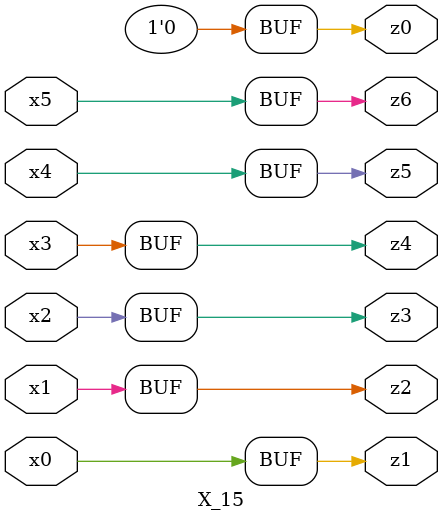
<source format=v>

module X_15 ( 
    x0, x1, x2, x3, x4, x5,
    z0, z1, z2, z3, z4, z5, z6  );
  input  x0, x1, x2, x3, x4, x5;
  output z0, z1, z2, z3, z4, z5, z6;
  assign z0 = 1'b0;
  assign z1 = x0;
  assign z2 = x1;
  assign z3 = x2;
  assign z4 = x3;
  assign z5 = x4;
  assign z6 = x5;
endmodule



</source>
